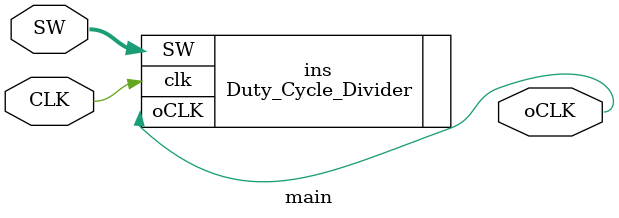
<source format=sv>
`include "./Duty_Cycle_Divider.sv"



module main(input CLK, input [7:0]SW, output oCLK);

 

Duty_Cycle_Divider ins(
    .clk(CLK), 
    .SW(SW),
    .oCLK(oCLK)  
    );
   


endmodule


</source>
